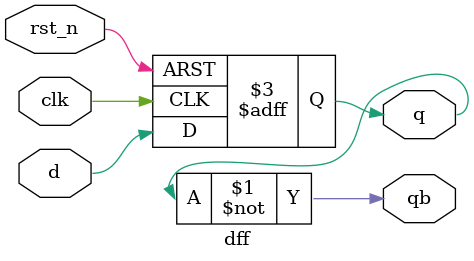
<source format=sv>

`default_nettype none
`timescale 1 ns / 1ns

module dff 
  (
    input clk,
  	input rst_n,
   	input d,
    output reg q,
    output reg qb
  );
  
  assign qb = ~q;
  
  always @(posedge clk or posedge rst_n) begin
    if (rst_n) begin
      // Async reset when reset goes high
      q <= 1'b0;
    end
    else begin
      // Assign D to Q on positive clock edge
      q <= d;
    end
  end
endmodule
</source>
